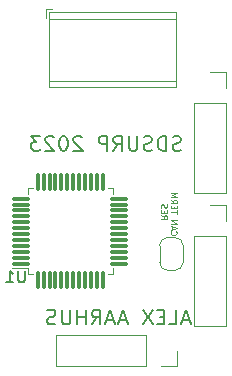
<source format=gbo>
G04 #@! TF.GenerationSoftware,KiCad,Pcbnew,7.0.7*
G04 #@! TF.CreationDate,2023-10-16T22:19:58-07:00*
G04 #@! TF.ProjectId,DeploymentBoardV2.0,4465706c-6f79-46d6-956e-74426f617264,rev?*
G04 #@! TF.SameCoordinates,Original*
G04 #@! TF.FileFunction,Legend,Bot*
G04 #@! TF.FilePolarity,Positive*
%FSLAX46Y46*%
G04 Gerber Fmt 4.6, Leading zero omitted, Abs format (unit mm)*
G04 Created by KiCad (PCBNEW 7.0.7) date 2023-10-16 22:19:58*
%MOMM*%
%LPD*%
G01*
G04 APERTURE LIST*
G04 Aperture macros list*
%AMRoundRect*
0 Rectangle with rounded corners*
0 $1 Rounding radius*
0 $2 $3 $4 $5 $6 $7 $8 $9 X,Y pos of 4 corners*
0 Add a 4 corners polygon primitive as box body*
4,1,4,$2,$3,$4,$5,$6,$7,$8,$9,$2,$3,0*
0 Add four circle primitives for the rounded corners*
1,1,$1+$1,$2,$3*
1,1,$1+$1,$4,$5*
1,1,$1+$1,$6,$7*
1,1,$1+$1,$8,$9*
0 Add four rect primitives between the rounded corners*
20,1,$1+$1,$2,$3,$4,$5,0*
20,1,$1+$1,$4,$5,$6,$7,0*
20,1,$1+$1,$6,$7,$8,$9,0*
20,1,$1+$1,$8,$9,$2,$3,0*%
%AMFreePoly0*
4,1,19,0.500000,-0.750000,0.000000,-0.750000,0.000000,-0.744911,-0.071157,-0.744911,-0.207708,-0.704816,-0.327430,-0.627875,-0.420627,-0.520320,-0.479746,-0.390866,-0.500000,-0.250000,-0.500000,0.250000,-0.479746,0.390866,-0.420627,0.520320,-0.327430,0.627875,-0.207708,0.704816,-0.071157,0.744911,0.000000,0.744911,0.000000,0.750000,0.500000,0.750000,0.500000,-0.750000,0.500000,-0.750000,
$1*%
%AMFreePoly1*
4,1,19,0.000000,0.744911,0.071157,0.744911,0.207708,0.704816,0.327430,0.627875,0.420627,0.520320,0.479746,0.390866,0.500000,0.250000,0.500000,-0.250000,0.479746,-0.390866,0.420627,-0.520320,0.327430,-0.627875,0.207708,-0.704816,0.071157,-0.744911,0.000000,-0.744911,0.000000,-0.750000,-0.500000,-0.750000,-0.500000,0.750000,0.000000,0.750000,0.000000,0.744911,0.000000,0.744911,
$1*%
G04 Aperture macros list end*
%ADD10C,0.100000*%
%ADD11C,0.200000*%
%ADD12C,0.150000*%
%ADD13C,0.120000*%
%ADD14C,3.500000*%
%ADD15C,1.700000*%
%ADD16O,1.700000X1.700000*%
%ADD17R,1.700000X1.700000*%
%ADD18C,2.200000*%
%ADD19RoundRect,0.075000X-0.662500X-0.075000X0.662500X-0.075000X0.662500X0.075000X-0.662500X0.075000X0*%
%ADD20RoundRect,0.075000X-0.075000X-0.662500X0.075000X-0.662500X0.075000X0.662500X-0.075000X0.662500X0*%
%ADD21FreePoly0,90.000000*%
%ADD22FreePoly1,90.000000*%
G04 APERTURE END LIST*
D10*
X40543009Y-44326761D02*
X40519200Y-44350570D01*
X40519200Y-44350570D02*
X40495390Y-44421999D01*
X40495390Y-44421999D02*
X40495390Y-44469618D01*
X40495390Y-44469618D02*
X40519200Y-44541046D01*
X40519200Y-44541046D02*
X40566819Y-44588665D01*
X40566819Y-44588665D02*
X40614438Y-44612475D01*
X40614438Y-44612475D02*
X40709676Y-44636284D01*
X40709676Y-44636284D02*
X40781104Y-44636284D01*
X40781104Y-44636284D02*
X40876342Y-44612475D01*
X40876342Y-44612475D02*
X40923961Y-44588665D01*
X40923961Y-44588665D02*
X40971580Y-44541046D01*
X40971580Y-44541046D02*
X40995390Y-44469618D01*
X40995390Y-44469618D02*
X40995390Y-44421999D01*
X40995390Y-44421999D02*
X40971580Y-44350570D01*
X40971580Y-44350570D02*
X40947771Y-44326761D01*
X40638247Y-44136284D02*
X40638247Y-43898189D01*
X40495390Y-44183903D02*
X40995390Y-44017237D01*
X40995390Y-44017237D02*
X40495390Y-43850570D01*
X40495390Y-43683904D02*
X40995390Y-43683904D01*
X40995390Y-43683904D02*
X40495390Y-43398190D01*
X40495390Y-43398190D02*
X40995390Y-43398190D01*
X40995390Y-42850570D02*
X40995390Y-42564856D01*
X40495390Y-42707713D02*
X40995390Y-42707713D01*
X40757295Y-42398190D02*
X40757295Y-42231523D01*
X40495390Y-42160095D02*
X40495390Y-42398190D01*
X40495390Y-42398190D02*
X40995390Y-42398190D01*
X40995390Y-42398190D02*
X40995390Y-42160095D01*
X40495390Y-41660095D02*
X40733485Y-41826761D01*
X40495390Y-41945809D02*
X40995390Y-41945809D01*
X40995390Y-41945809D02*
X40995390Y-41755333D01*
X40995390Y-41755333D02*
X40971580Y-41707714D01*
X40971580Y-41707714D02*
X40947771Y-41683904D01*
X40947771Y-41683904D02*
X40900152Y-41660095D01*
X40900152Y-41660095D02*
X40828723Y-41660095D01*
X40828723Y-41660095D02*
X40781104Y-41683904D01*
X40781104Y-41683904D02*
X40757295Y-41707714D01*
X40757295Y-41707714D02*
X40733485Y-41755333D01*
X40733485Y-41755333D02*
X40733485Y-41945809D01*
X40495390Y-41445809D02*
X40995390Y-41445809D01*
X40995390Y-41445809D02*
X40638247Y-41279142D01*
X40638247Y-41279142D02*
X40995390Y-41112476D01*
X40995390Y-41112476D02*
X40495390Y-41112476D01*
X39690390Y-42981523D02*
X39928485Y-43148189D01*
X39690390Y-43267237D02*
X40190390Y-43267237D01*
X40190390Y-43267237D02*
X40190390Y-43076761D01*
X40190390Y-43076761D02*
X40166580Y-43029142D01*
X40166580Y-43029142D02*
X40142771Y-43005332D01*
X40142771Y-43005332D02*
X40095152Y-42981523D01*
X40095152Y-42981523D02*
X40023723Y-42981523D01*
X40023723Y-42981523D02*
X39976104Y-43005332D01*
X39976104Y-43005332D02*
X39952295Y-43029142D01*
X39952295Y-43029142D02*
X39928485Y-43076761D01*
X39928485Y-43076761D02*
X39928485Y-43267237D01*
X39952295Y-42767237D02*
X39952295Y-42600570D01*
X39690390Y-42529142D02*
X39690390Y-42767237D01*
X39690390Y-42767237D02*
X40190390Y-42767237D01*
X40190390Y-42767237D02*
X40190390Y-42529142D01*
X39714200Y-42338665D02*
X39690390Y-42267237D01*
X39690390Y-42267237D02*
X39690390Y-42148189D01*
X39690390Y-42148189D02*
X39714200Y-42100570D01*
X39714200Y-42100570D02*
X39738009Y-42076761D01*
X39738009Y-42076761D02*
X39785628Y-42052951D01*
X39785628Y-42052951D02*
X39833247Y-42052951D01*
X39833247Y-42052951D02*
X39880866Y-42076761D01*
X39880866Y-42076761D02*
X39904676Y-42100570D01*
X39904676Y-42100570D02*
X39928485Y-42148189D01*
X39928485Y-42148189D02*
X39952295Y-42243427D01*
X39952295Y-42243427D02*
X39976104Y-42291046D01*
X39976104Y-42291046D02*
X39999914Y-42314856D01*
X39999914Y-42314856D02*
X40047533Y-42338665D01*
X40047533Y-42338665D02*
X40095152Y-42338665D01*
X40095152Y-42338665D02*
X40142771Y-42314856D01*
X40142771Y-42314856D02*
X40166580Y-42291046D01*
X40166580Y-42291046D02*
X40190390Y-42243427D01*
X40190390Y-42243427D02*
X40190390Y-42124380D01*
X40190390Y-42124380D02*
X40166580Y-42052951D01*
D11*
X41370326Y-37457100D02*
X41191755Y-37516623D01*
X41191755Y-37516623D02*
X40894136Y-37516623D01*
X40894136Y-37516623D02*
X40775088Y-37457100D01*
X40775088Y-37457100D02*
X40715564Y-37397576D01*
X40715564Y-37397576D02*
X40656041Y-37278528D01*
X40656041Y-37278528D02*
X40656041Y-37159480D01*
X40656041Y-37159480D02*
X40715564Y-37040433D01*
X40715564Y-37040433D02*
X40775088Y-36980909D01*
X40775088Y-36980909D02*
X40894136Y-36921385D01*
X40894136Y-36921385D02*
X41132231Y-36861861D01*
X41132231Y-36861861D02*
X41251279Y-36802338D01*
X41251279Y-36802338D02*
X41310802Y-36742814D01*
X41310802Y-36742814D02*
X41370326Y-36623766D01*
X41370326Y-36623766D02*
X41370326Y-36504719D01*
X41370326Y-36504719D02*
X41310802Y-36385671D01*
X41310802Y-36385671D02*
X41251279Y-36326147D01*
X41251279Y-36326147D02*
X41132231Y-36266623D01*
X41132231Y-36266623D02*
X40834612Y-36266623D01*
X40834612Y-36266623D02*
X40656041Y-36326147D01*
X40120326Y-37516623D02*
X40120326Y-36266623D01*
X40120326Y-36266623D02*
X39822707Y-36266623D01*
X39822707Y-36266623D02*
X39644136Y-36326147D01*
X39644136Y-36326147D02*
X39525088Y-36445195D01*
X39525088Y-36445195D02*
X39465565Y-36564242D01*
X39465565Y-36564242D02*
X39406041Y-36802338D01*
X39406041Y-36802338D02*
X39406041Y-36980909D01*
X39406041Y-36980909D02*
X39465565Y-37219004D01*
X39465565Y-37219004D02*
X39525088Y-37338052D01*
X39525088Y-37338052D02*
X39644136Y-37457100D01*
X39644136Y-37457100D02*
X39822707Y-37516623D01*
X39822707Y-37516623D02*
X40120326Y-37516623D01*
X38929850Y-37457100D02*
X38751279Y-37516623D01*
X38751279Y-37516623D02*
X38453660Y-37516623D01*
X38453660Y-37516623D02*
X38334612Y-37457100D01*
X38334612Y-37457100D02*
X38275088Y-37397576D01*
X38275088Y-37397576D02*
X38215565Y-37278528D01*
X38215565Y-37278528D02*
X38215565Y-37159480D01*
X38215565Y-37159480D02*
X38275088Y-37040433D01*
X38275088Y-37040433D02*
X38334612Y-36980909D01*
X38334612Y-36980909D02*
X38453660Y-36921385D01*
X38453660Y-36921385D02*
X38691755Y-36861861D01*
X38691755Y-36861861D02*
X38810803Y-36802338D01*
X38810803Y-36802338D02*
X38870326Y-36742814D01*
X38870326Y-36742814D02*
X38929850Y-36623766D01*
X38929850Y-36623766D02*
X38929850Y-36504719D01*
X38929850Y-36504719D02*
X38870326Y-36385671D01*
X38870326Y-36385671D02*
X38810803Y-36326147D01*
X38810803Y-36326147D02*
X38691755Y-36266623D01*
X38691755Y-36266623D02*
X38394136Y-36266623D01*
X38394136Y-36266623D02*
X38215565Y-36326147D01*
X37679850Y-36266623D02*
X37679850Y-37278528D01*
X37679850Y-37278528D02*
X37620327Y-37397576D01*
X37620327Y-37397576D02*
X37560803Y-37457100D01*
X37560803Y-37457100D02*
X37441755Y-37516623D01*
X37441755Y-37516623D02*
X37203660Y-37516623D01*
X37203660Y-37516623D02*
X37084612Y-37457100D01*
X37084612Y-37457100D02*
X37025089Y-37397576D01*
X37025089Y-37397576D02*
X36965565Y-37278528D01*
X36965565Y-37278528D02*
X36965565Y-36266623D01*
X35656041Y-37516623D02*
X36072707Y-36921385D01*
X36370326Y-37516623D02*
X36370326Y-36266623D01*
X36370326Y-36266623D02*
X35894136Y-36266623D01*
X35894136Y-36266623D02*
X35775088Y-36326147D01*
X35775088Y-36326147D02*
X35715565Y-36385671D01*
X35715565Y-36385671D02*
X35656041Y-36504719D01*
X35656041Y-36504719D02*
X35656041Y-36683290D01*
X35656041Y-36683290D02*
X35715565Y-36802338D01*
X35715565Y-36802338D02*
X35775088Y-36861861D01*
X35775088Y-36861861D02*
X35894136Y-36921385D01*
X35894136Y-36921385D02*
X36370326Y-36921385D01*
X35120326Y-37516623D02*
X35120326Y-36266623D01*
X35120326Y-36266623D02*
X34644136Y-36266623D01*
X34644136Y-36266623D02*
X34525088Y-36326147D01*
X34525088Y-36326147D02*
X34465565Y-36385671D01*
X34465565Y-36385671D02*
X34406041Y-36504719D01*
X34406041Y-36504719D02*
X34406041Y-36683290D01*
X34406041Y-36683290D02*
X34465565Y-36802338D01*
X34465565Y-36802338D02*
X34525088Y-36861861D01*
X34525088Y-36861861D02*
X34644136Y-36921385D01*
X34644136Y-36921385D02*
X35120326Y-36921385D01*
X32977469Y-36385671D02*
X32917945Y-36326147D01*
X32917945Y-36326147D02*
X32798898Y-36266623D01*
X32798898Y-36266623D02*
X32501279Y-36266623D01*
X32501279Y-36266623D02*
X32382231Y-36326147D01*
X32382231Y-36326147D02*
X32322707Y-36385671D01*
X32322707Y-36385671D02*
X32263184Y-36504719D01*
X32263184Y-36504719D02*
X32263184Y-36623766D01*
X32263184Y-36623766D02*
X32322707Y-36802338D01*
X32322707Y-36802338D02*
X33036993Y-37516623D01*
X33036993Y-37516623D02*
X32263184Y-37516623D01*
X31489374Y-36266623D02*
X31370327Y-36266623D01*
X31370327Y-36266623D02*
X31251279Y-36326147D01*
X31251279Y-36326147D02*
X31191755Y-36385671D01*
X31191755Y-36385671D02*
X31132231Y-36504719D01*
X31132231Y-36504719D02*
X31072708Y-36742814D01*
X31072708Y-36742814D02*
X31072708Y-37040433D01*
X31072708Y-37040433D02*
X31132231Y-37278528D01*
X31132231Y-37278528D02*
X31191755Y-37397576D01*
X31191755Y-37397576D02*
X31251279Y-37457100D01*
X31251279Y-37457100D02*
X31370327Y-37516623D01*
X31370327Y-37516623D02*
X31489374Y-37516623D01*
X31489374Y-37516623D02*
X31608422Y-37457100D01*
X31608422Y-37457100D02*
X31667946Y-37397576D01*
X31667946Y-37397576D02*
X31727469Y-37278528D01*
X31727469Y-37278528D02*
X31786993Y-37040433D01*
X31786993Y-37040433D02*
X31786993Y-36742814D01*
X31786993Y-36742814D02*
X31727469Y-36504719D01*
X31727469Y-36504719D02*
X31667946Y-36385671D01*
X31667946Y-36385671D02*
X31608422Y-36326147D01*
X31608422Y-36326147D02*
X31489374Y-36266623D01*
X30596517Y-36385671D02*
X30536993Y-36326147D01*
X30536993Y-36326147D02*
X30417946Y-36266623D01*
X30417946Y-36266623D02*
X30120327Y-36266623D01*
X30120327Y-36266623D02*
X30001279Y-36326147D01*
X30001279Y-36326147D02*
X29941755Y-36385671D01*
X29941755Y-36385671D02*
X29882232Y-36504719D01*
X29882232Y-36504719D02*
X29882232Y-36623766D01*
X29882232Y-36623766D02*
X29941755Y-36802338D01*
X29941755Y-36802338D02*
X30656041Y-37516623D01*
X30656041Y-37516623D02*
X29882232Y-37516623D01*
X29465565Y-36266623D02*
X28691756Y-36266623D01*
X28691756Y-36266623D02*
X29108422Y-36742814D01*
X29108422Y-36742814D02*
X28929851Y-36742814D01*
X28929851Y-36742814D02*
X28810803Y-36802338D01*
X28810803Y-36802338D02*
X28751279Y-36861861D01*
X28751279Y-36861861D02*
X28691756Y-36980909D01*
X28691756Y-36980909D02*
X28691756Y-37278528D01*
X28691756Y-37278528D02*
X28751279Y-37397576D01*
X28751279Y-37397576D02*
X28810803Y-37457100D01*
X28810803Y-37457100D02*
X28929851Y-37516623D01*
X28929851Y-37516623D02*
X29286994Y-37516623D01*
X29286994Y-37516623D02*
X29406041Y-37457100D01*
X29406041Y-37457100D02*
X29465565Y-37397576D01*
X42115326Y-51863480D02*
X41520088Y-51863480D01*
X42234374Y-52220623D02*
X41817707Y-50970623D01*
X41817707Y-50970623D02*
X41401041Y-52220623D01*
X40389135Y-52220623D02*
X40984373Y-52220623D01*
X40984373Y-52220623D02*
X40984373Y-50970623D01*
X39972468Y-51565861D02*
X39555802Y-51565861D01*
X39377230Y-52220623D02*
X39972468Y-52220623D01*
X39972468Y-52220623D02*
X39972468Y-50970623D01*
X39972468Y-50970623D02*
X39377230Y-50970623D01*
X38960564Y-50970623D02*
X38127231Y-52220623D01*
X38127231Y-50970623D02*
X38960564Y-52220623D01*
X36758183Y-51863480D02*
X36162945Y-51863480D01*
X36877231Y-52220623D02*
X36460564Y-50970623D01*
X36460564Y-50970623D02*
X36043898Y-52220623D01*
X35686754Y-51863480D02*
X35091516Y-51863480D01*
X35805802Y-52220623D02*
X35389135Y-50970623D01*
X35389135Y-50970623D02*
X34972469Y-52220623D01*
X33841516Y-52220623D02*
X34258182Y-51625385D01*
X34555801Y-52220623D02*
X34555801Y-50970623D01*
X34555801Y-50970623D02*
X34079611Y-50970623D01*
X34079611Y-50970623D02*
X33960563Y-51030147D01*
X33960563Y-51030147D02*
X33901040Y-51089671D01*
X33901040Y-51089671D02*
X33841516Y-51208719D01*
X33841516Y-51208719D02*
X33841516Y-51387290D01*
X33841516Y-51387290D02*
X33901040Y-51506338D01*
X33901040Y-51506338D02*
X33960563Y-51565861D01*
X33960563Y-51565861D02*
X34079611Y-51625385D01*
X34079611Y-51625385D02*
X34555801Y-51625385D01*
X33305801Y-52220623D02*
X33305801Y-50970623D01*
X33305801Y-51565861D02*
X32591516Y-51565861D01*
X32591516Y-52220623D02*
X32591516Y-50970623D01*
X31996277Y-50970623D02*
X31996277Y-51982528D01*
X31996277Y-51982528D02*
X31936754Y-52101576D01*
X31936754Y-52101576D02*
X31877230Y-52161100D01*
X31877230Y-52161100D02*
X31758182Y-52220623D01*
X31758182Y-52220623D02*
X31520087Y-52220623D01*
X31520087Y-52220623D02*
X31401039Y-52161100D01*
X31401039Y-52161100D02*
X31341516Y-52101576D01*
X31341516Y-52101576D02*
X31281992Y-51982528D01*
X31281992Y-51982528D02*
X31281992Y-50970623D01*
X30746277Y-52161100D02*
X30567706Y-52220623D01*
X30567706Y-52220623D02*
X30270087Y-52220623D01*
X30270087Y-52220623D02*
X30151039Y-52161100D01*
X30151039Y-52161100D02*
X30091515Y-52101576D01*
X30091515Y-52101576D02*
X30031992Y-51982528D01*
X30031992Y-51982528D02*
X30031992Y-51863480D01*
X30031992Y-51863480D02*
X30091515Y-51744433D01*
X30091515Y-51744433D02*
X30151039Y-51684909D01*
X30151039Y-51684909D02*
X30270087Y-51625385D01*
X30270087Y-51625385D02*
X30508182Y-51565861D01*
X30508182Y-51565861D02*
X30627230Y-51506338D01*
X30627230Y-51506338D02*
X30686753Y-51446814D01*
X30686753Y-51446814D02*
X30746277Y-51327766D01*
X30746277Y-51327766D02*
X30746277Y-51208719D01*
X30746277Y-51208719D02*
X30686753Y-51089671D01*
X30686753Y-51089671D02*
X30627230Y-51030147D01*
X30627230Y-51030147D02*
X30508182Y-50970623D01*
X30508182Y-50970623D02*
X30210563Y-50970623D01*
X30210563Y-50970623D02*
X30031992Y-51030147D01*
D12*
X28161904Y-47657319D02*
X28161904Y-48466842D01*
X28161904Y-48466842D02*
X28114285Y-48562080D01*
X28114285Y-48562080D02*
X28066666Y-48609700D01*
X28066666Y-48609700D02*
X27971428Y-48657319D01*
X27971428Y-48657319D02*
X27780952Y-48657319D01*
X27780952Y-48657319D02*
X27685714Y-48609700D01*
X27685714Y-48609700D02*
X27638095Y-48562080D01*
X27638095Y-48562080D02*
X27590476Y-48466842D01*
X27590476Y-48466842D02*
X27590476Y-47657319D01*
X26590476Y-48657319D02*
X27161904Y-48657319D01*
X26876190Y-48657319D02*
X26876190Y-47657319D01*
X26876190Y-47657319D02*
X26971428Y-47800176D01*
X26971428Y-47800176D02*
X27066666Y-47895414D01*
X27066666Y-47895414D02*
X27161904Y-47943033D01*
D13*
X45145000Y-41106400D02*
X42485000Y-41106400D01*
X45145000Y-33426400D02*
X45145000Y-41106400D01*
X45145000Y-33426400D02*
X42485000Y-33426400D01*
X45145000Y-32156400D02*
X45145000Y-30826400D01*
X45145000Y-30826400D02*
X43815000Y-30826400D01*
X42485000Y-33426400D02*
X42485000Y-41106400D01*
X45145000Y-52384000D02*
X42485000Y-52384000D01*
X45145000Y-44704000D02*
X45145000Y-52384000D01*
X45145000Y-44704000D02*
X42485000Y-44704000D01*
X45145000Y-43434000D02*
X45145000Y-42104000D01*
X45145000Y-42104000D02*
X43815000Y-42104000D01*
X42485000Y-44704000D02*
X42485000Y-52384000D01*
X30750200Y-55762200D02*
X30750200Y-53102200D01*
X38430200Y-55762200D02*
X30750200Y-55762200D01*
X38430200Y-55762200D02*
X38430200Y-53102200D01*
X39700200Y-55762200D02*
X41030200Y-55762200D01*
X41030200Y-55762200D02*
X41030200Y-54432200D01*
X38430200Y-53102200D02*
X30750200Y-53102200D01*
X29950000Y-25530000D02*
X30450000Y-25530000D01*
X29950000Y-26270000D02*
X29950000Y-25530000D01*
X30190000Y-25770000D02*
X40930000Y-25770000D01*
X30190000Y-26330000D02*
X40930000Y-26330000D01*
X30190000Y-31630000D02*
X40930000Y-31630000D01*
X30190000Y-32090000D02*
X30190000Y-25770000D01*
X30190000Y-32090000D02*
X40930000Y-32090000D01*
X40930000Y-32090000D02*
X40930000Y-25770000D01*
X28380000Y-40702500D02*
X28380000Y-41152500D01*
X28380000Y-47472500D02*
X27090000Y-47472500D01*
X28380000Y-47922500D02*
X28380000Y-47472500D01*
X28830000Y-40702500D02*
X28380000Y-40702500D01*
X28830000Y-47922500D02*
X28380000Y-47922500D01*
X35150000Y-40702500D02*
X35600000Y-40702500D01*
X35150000Y-47922500D02*
X35600000Y-47922500D01*
X35600000Y-40702500D02*
X35600000Y-41152500D01*
X35600000Y-47922500D02*
X35600000Y-47472500D01*
X40254600Y-47642400D02*
X40854600Y-47642400D01*
X41554600Y-46942400D02*
X41554600Y-45542400D01*
X39554600Y-45542400D02*
X39554600Y-46942400D01*
X40854600Y-44842400D02*
X40254600Y-44842400D01*
X39554600Y-46942400D02*
G75*
G03*
X40254600Y-47642400I699999J-1D01*
G01*
X40854600Y-47642400D02*
G75*
G03*
X41554600Y-46942400I1J699999D01*
G01*
X40254600Y-44842400D02*
G75*
G03*
X39554600Y-45542400I0J-700000D01*
G01*
X41554600Y-45542400D02*
G75*
G03*
X40854600Y-44842400I-700000J0D01*
G01*
%LPC*%
D14*
X43180000Y-54610000D03*
X27940000Y-54610000D03*
X27940000Y-27940000D03*
X43180000Y-27940000D03*
D15*
X43815000Y-32156400D03*
D16*
X43815000Y-34696400D03*
X43815000Y-37236400D03*
D17*
X43815000Y-39776400D03*
D15*
X43815000Y-43434000D03*
D16*
X43815000Y-45974000D03*
X43815000Y-48514000D03*
X43815000Y-51054000D03*
D15*
X39700200Y-54432200D03*
D16*
X37160200Y-54432200D03*
X34620200Y-54432200D03*
D17*
X32080200Y-54432200D03*
D18*
X31750000Y-28930000D03*
X34290000Y-28930000D03*
X36830000Y-28930000D03*
X39370000Y-28930000D03*
D19*
X27827500Y-47062500D03*
X27827500Y-46562500D03*
X27827500Y-46062500D03*
X27827500Y-45562500D03*
X27827500Y-45062500D03*
X27827500Y-44562500D03*
X27827500Y-44062500D03*
X27827500Y-43562500D03*
X27827500Y-43062500D03*
X27827500Y-42562500D03*
X27827500Y-42062500D03*
X27827500Y-41562500D03*
D20*
X29240000Y-40150000D03*
X29740000Y-40150000D03*
X30240000Y-40150000D03*
X30740000Y-40150000D03*
X31240000Y-40150000D03*
X31740000Y-40150000D03*
X32240000Y-40150000D03*
X32740000Y-40150000D03*
X33240000Y-40150000D03*
X33740000Y-40150000D03*
X34240000Y-40150000D03*
X34740000Y-40150000D03*
D19*
X36152500Y-41562500D03*
X36152500Y-42062500D03*
X36152500Y-42562500D03*
X36152500Y-43062500D03*
X36152500Y-43562500D03*
X36152500Y-44062500D03*
X36152500Y-44562500D03*
X36152500Y-45062500D03*
X36152500Y-45562500D03*
X36152500Y-46062500D03*
X36152500Y-46562500D03*
X36152500Y-47062500D03*
D20*
X34740000Y-48475000D03*
X34240000Y-48475000D03*
X33740000Y-48475000D03*
X33240000Y-48475000D03*
X32740000Y-48475000D03*
X32240000Y-48475000D03*
X31740000Y-48475000D03*
X31240000Y-48475000D03*
X30740000Y-48475000D03*
X30240000Y-48475000D03*
X29740000Y-48475000D03*
X29240000Y-48475000D03*
D21*
X40554600Y-46892400D03*
D22*
X40554600Y-45592400D03*
%LPD*%
M02*

</source>
